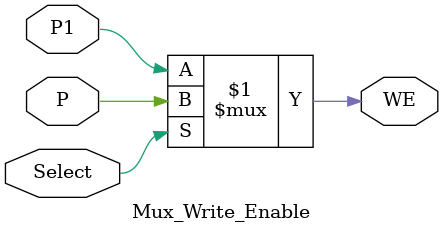
<source format=v>
`timescale 1ns / 1ps
module Mux_Write_Enable( // mux para el write_enable de banco de registros
    input P, // se tienen dos señales, una cuando se programa con botones y se quiere escribir datos en esos registros
    input P1, // y otra donde se envian datos al RTC y se habilita la lectura del banco de registros
    input Select, // selector
    output WE // salida de write_enable de banco de registros de programacion
    );
assign WE= Select ? P : P1; // select 0 pasa P1 con select 1 pasa P

endmodule

</source>
